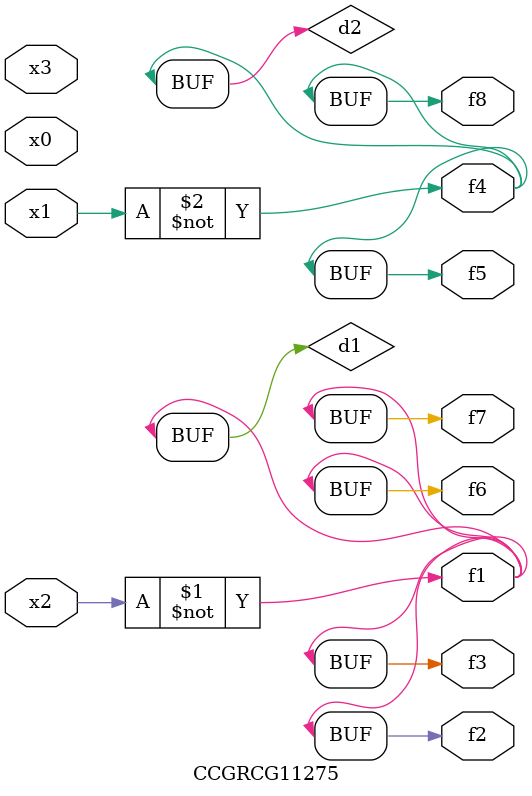
<source format=v>
module CCGRCG11275(
	input x0, x1, x2, x3,
	output f1, f2, f3, f4, f5, f6, f7, f8
);

	wire d1, d2;

	xnor (d1, x2);
	not (d2, x1);
	assign f1 = d1;
	assign f2 = d1;
	assign f3 = d1;
	assign f4 = d2;
	assign f5 = d2;
	assign f6 = d1;
	assign f7 = d1;
	assign f8 = d2;
endmodule

</source>
